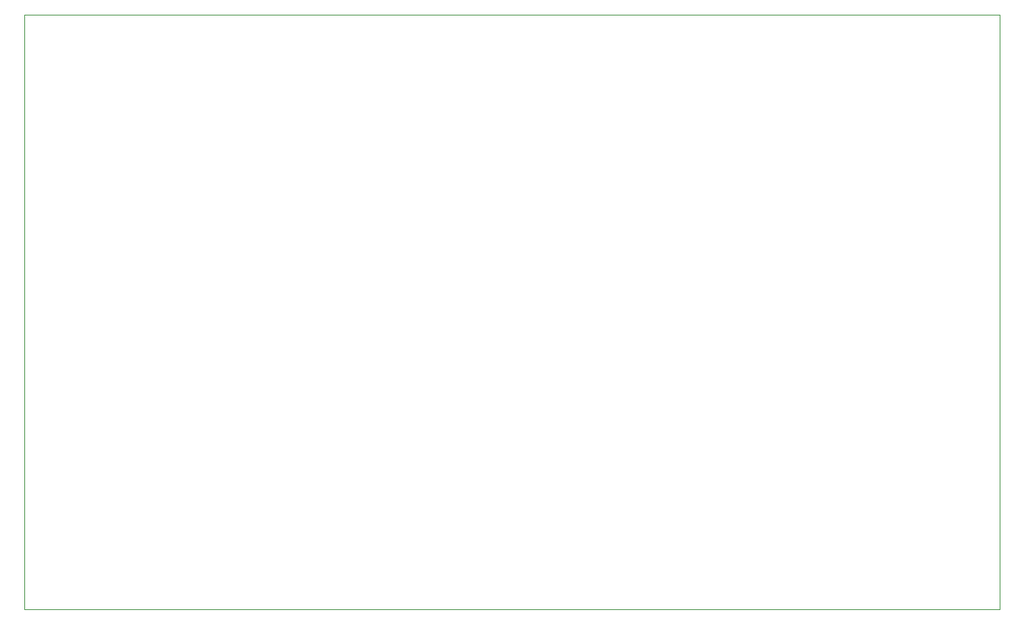
<source format=gbr>
G04 Layer_Color=0*
%FSLAX45Y45*%
%MOMM*%
%TF.FileFunction,Profile,NP*%
%TF.Part,Single*%
G01*
G75*
%TA.AperFunction,Profile*%
%ADD200C,0.02540*%
D200*
X2650000Y6770000D02*
Y13599998D01*
X13850000D01*
Y6770000D01*
X2650000Y6770000D01*
%TF.MD5,47bc65b86569b4af422c5582200e0e41*%
M02*

</source>
